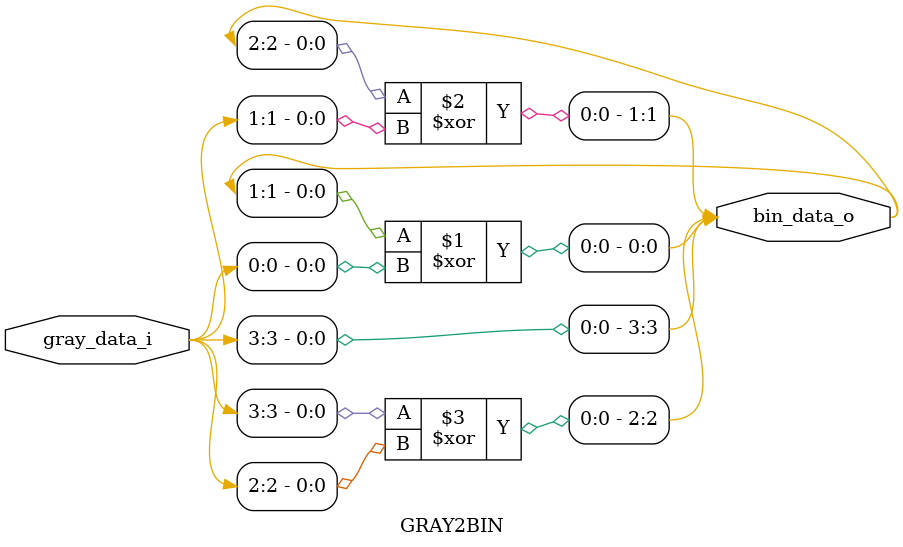
<source format=v>

module GRAY2BIN
#(
    parameter DATA_WIDTH                = 4
)
(
    input   wire    [DATA_WIDTH-1:0]    gray_data_i,
    output  wire    [DATA_WIDTH-1:0]    bin_data_o
);

assign bin_data_o[DATA_WIDTH-1] = gray_data_i[DATA_WIDTH-1];

genvar i;

generate

    for  (i=0; i<DATA_WIDTH-1; i=i+1)
    begin : gen_gary2bin

        assign bin_data_o[i] = bin_data_o[i+1] ^ gray_data_i[i];

    end

endgenerate

endmodule
</source>
